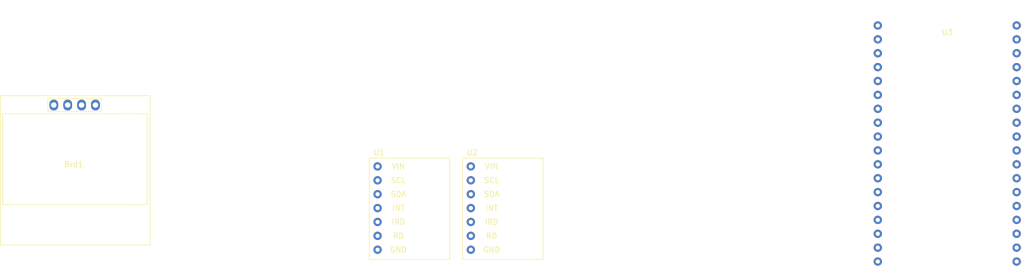
<source format=kicad_pcb>
(kicad_pcb (version 20241229) (generator "pcbnew") (generator_version "9.0")
  (layers (0 "F.Cu" signal) (2 "B.Cu" signal) (13 "F.Paste" user) (15 "B.Paste" user) (5 "F.SilkS" user "F.Silkscreen") (7 "B.SilkS" user "B.Silkscreen") (1 "F.Mask" user) (3 "B.Mask" user) (25 "Edge.Cuts" user))
  (net 0 "")
  (footprint "SSD1306:128x64OLED" (layer "F.Cu") (at 79.6 85.15)
    (property "Reference" "Brd1" (at 0 0.254 0) (layer "F.SilkS"))
    (property "Value" "SSD1306")
    (fp_line (start -13.4 -12.3) (end 14 -12.3) (stroke (width 0.12)) (layer "F.SilkS"))
    (fp_line (start -13.4 15) (end -13.4 -12.3) (stroke (width 0.12)) (layer "F.SilkS"))
    (fp_line (start -12.978 -9.005) (end 10.122 -9.005) (stroke (width 0.12)) (layer "F.SilkS"))
    (fp_line (start -12.978 7.595) (end -12.978 -9.005) (stroke (width 0.12)) (layer "F.SilkS"))
    (fp_line (start -4.699 -11.811) (end -4.699 -9.398) (stroke (width 0.12)) (layer "F.SilkS"))
    (fp_line (start -4.699 -11.811) (end 5.08 -11.811) (stroke (width 0.12)) (layer "F.SilkS"))
    (fp_line (start 5.08 -11.811) (end 5.08 -9.398) (stroke (width 0.12)) (layer "F.SilkS"))
    (fp_line (start 5.08 -9.398) (end -4.699 -9.398) (stroke (width 0.12)) (layer "F.SilkS"))
    (fp_line (start 10.122 -9.005) (end 13.208 -9.005) (stroke (width 0.12)) (layer "F.SilkS"))
    (fp_line (start 10.122 7.595) (end -12.978 7.595) (stroke (width 0.12)) (layer "F.SilkS"))
    (fp_line (start 10.122 7.595) (end 13.462 7.62) (stroke (width 0.12)) (layer "F.SilkS"))
    (fp_line (start 13.462 -9.017) (end 13.208 -9.005) (stroke (width 0.12)) (layer "F.SilkS"))
    (fp_line (start 13.462 7.62) (end 13.462 -9.017) (stroke (width 0.12)) (layer "F.SilkS"))
    (fp_line (start 14 -12.3) (end 14 15) (stroke (width 0.12)) (layer "F.SilkS"))
    (fp_line (start 14 15) (end -13.4 15) (stroke (width 0.12)) (layer "F.SilkS"))
    (pad "1" thru_hole oval (at -3.62 -10.6 90) (size 2 1.6) (drill 1) (layers "*.Cu" "*.Mask"))
    (pad "2" thru_hole oval (at -1.08 -10.6 90) (size 2 1.6) (drill 1) (layers "*.Cu" "*.Mask"))
    (pad "3" thru_hole oval (at 1.46 -10.6 90) (size 2 1.6) (drill 1) (layers "*.Cu" "*.Mask"))
    (pad "4" thru_hole oval (at 4 -10.6 90) (size 2 1.6) (drill 1) (layers "*.Cu" "*.Mask"))
  )
  (footprint "usini_sensors:module_max30102" (layer "F.Cu") (at 132.663 103.557)
    (property "Reference" "U1" (at 2.794 -20.32 0) (layer "F.SilkS"))
    (property "Value" "module_max30102")
    (fp_line (start 1.016 -19.304) (end 15.748 -19.304) (stroke (width 0.12)) (layer "F.SilkS"))
    (fp_line (start 1.016 -0.762) (end 1.016 -19.304) (stroke (width 0.12)) (layer "F.SilkS"))
    (fp_line (start 15.748 -19.304) (end 15.748 -0.762) (stroke (width 0.12)) (layer "F.SilkS"))
    (fp_line (start 15.748 -0.762) (end 1.016 -0.762) (stroke (width 0.12)) (layer "F.SilkS"))
    (fp_text user "SDA" (at 6.35 -12.7 0) (layer "F.SilkS"))
    (fp_text user "SCL" (at 6.35 -15.24 0) (layer "F.SilkS"))
    (fp_text user "RD" (at 6.35 -5.08 0) (layer "F.SilkS"))
    (fp_text user "INT" (at 6.35 -10.16 0) (layer "F.SilkS"))
    (fp_text user "GND" (at 6.35 -2.54 0) (layer "F.SilkS"))
    (fp_text user "IRD" (at 6.35 -7.62 0) (layer "F.SilkS"))
    (fp_text user "VIN" (at 6.35 -17.78 0) (layer "F.SilkS"))
    (pad "1" thru_hole circle (at 2.54 -17.78) (size 1.524 1.524) (drill 0.762) (layers "*.Cu" "*.Mask"))
    (pad "2" thru_hole circle (at 2.54 -15.24) (size 1.524 1.524) (drill 0.762) (layers "*.Cu" "*.Mask"))
    (pad "3" thru_hole circle (at 2.54 -12.7) (size 1.524 1.524) (drill 0.762) (layers "*.Cu" "*.Mask"))
    (pad "4" thru_hole circle (at 2.54 -10.16) (size 1.524 1.524) (drill 0.762) (layers "*.Cu" "*.Mask"))
    (pad "5" thru_hole circle (at 2.54 -7.62) (size 1.524 1.524) (drill 0.762) (layers "*.Cu" "*.Mask"))
    (pad "6" thru_hole circle (at 2.54 -5.08) (size 1.524 1.524) (drill 0.762) (layers "*.Cu" "*.Mask"))
    (pad "7" thru_hole circle (at 2.54 -2.54) (size 1.524 1.524) (drill 0.762) (layers "*.Cu" "*.Mask"))
  )
  (footprint "doi-esp32-devkit:ESP32-DOIT-DEVKIT" (layer "F.Cu") (at 239.4 57.4575)
    (property "Reference" "U3" (at 0 3.81 0) (layer "F.SilkS"))
    (property "Value" "DOIT-ESP32-DEVKIT-V1")
    (pad "1" thru_hole circle (at -12.7 2.54) (size 1.524 1.524) (drill 0.762) (layers "*.Cu" "*.Mask"))
    (pad "2" thru_hole circle (at -12.7 5.08) (size 1.524 1.524) (drill 0.762) (layers "*.Cu" "*.Mask"))
    (pad "3" thru_hole circle (at -12.7 7.62) (size 1.524 1.524) (drill 0.762) (layers "*.Cu" "*.Mask"))
    (pad "4" thru_hole circle (at -12.7 10.16) (size 1.524 1.524) (drill 0.762) (layers "*.Cu" "*.Mask"))
    (pad "5" thru_hole circle (at -12.7 12.7) (size 1.524 1.524) (drill 0.762) (layers "*.Cu" "*.Mask"))
    (pad "6" thru_hole circle (at -12.7 15.24) (size 1.524 1.524) (drill 0.762) (layers "*.Cu" "*.Mask"))
    (pad "7" thru_hole circle (at -12.7 17.78) (size 1.524 1.524) (drill 0.762) (layers "*.Cu" "*.Mask"))
    (pad "8" thru_hole circle (at -12.7 20.32) (size 1.524 1.524) (drill 0.762) (layers "*.Cu" "*.Mask"))
    (pad "9" thru_hole circle (at -12.7 22.86) (size 1.524 1.524) (drill 0.762) (layers "*.Cu" "*.Mask"))
    (pad "10" thru_hole circle (at -12.7 25.4) (size 1.524 1.524) (drill 0.762) (layers "*.Cu" "*.Mask"))
    (pad "11" thru_hole circle (at -12.7 27.94) (size 1.524 1.524) (drill 0.762) (layers "*.Cu" "*.Mask"))
    (pad "12" thru_hole circle (at -12.7 30.48) (size 1.524 1.524) (drill 0.762) (layers "*.Cu" "*.Mask"))
    (pad "13" thru_hole circle (at -12.7 33.02) (size 1.524 1.524) (drill 0.762) (layers "*.Cu" "*.Mask"))
    (pad "14" thru_hole circle (at -12.7 35.56) (size 1.524 1.524) (drill 0.762) (layers "*.Cu" "*.Mask"))
    (pad "15" thru_hole circle (at -12.7 38.1) (size 1.524 1.524) (drill 0.762) (layers "*.Cu" "*.Mask"))
    (pad "16" thru_hole circle (at -12.7 40.64) (size 1.524 1.524) (drill 0.762) (layers "*.Cu" "*.Mask"))
    (pad "17" thru_hole circle (at -12.7 43.18) (size 1.524 1.524) (drill 0.762) (layers "*.Cu" "*.Mask"))
    (pad "18" thru_hole circle (at -12.7 45.72) (size 1.524 1.524) (drill 0.762) (layers "*.Cu" "*.Mask"))
    (pad "19" thru_hole circle (at 12.7 45.72) (size 1.524 1.524) (drill 0.762) (layers "*.Cu" "*.Mask"))
    (pad "20" thru_hole circle (at 12.7 43.18) (size 1.524 1.524) (drill 0.762) (layers "*.Cu" "*.Mask"))
    (pad "21" thru_hole circle (at 12.7 40.64) (size 1.524 1.524) (drill 0.762) (layers "*.Cu" "*.Mask"))
    (pad "22" thru_hole circle (at 12.7 38.1) (size 1.524 1.524) (drill 0.762) (layers "*.Cu" "*.Mask"))
    (pad "23" thru_hole circle (at 12.7 35.56) (size 1.524 1.524) (drill 0.762) (layers "*.Cu" "*.Mask"))
    (pad "24" thru_hole circle (at 12.7 33.02) (size 1.524 1.524) (drill 0.762) (layers "*.Cu" "*.Mask"))
    (pad "25" thru_hole circle (at 12.7 30.48) (size 1.524 1.524) (drill 0.762) (layers "*.Cu" "*.Mask"))
    (pad "26" thru_hole circle (at 12.7 27.94) (size 1.524 1.524) (drill 0.762) (layers "*.Cu" "*.Mask"))
    (pad "27" thru_hole circle (at 12.7 25.4) (size 1.524 1.524) (drill 0.762) (layers "*.Cu" "*.Mask"))
    (pad "28" thru_hole circle (at 12.7 22.86) (size 1.524 1.524) (drill 0.762) (layers "*.Cu" "*.Mask"))
    (pad "29" thru_hole circle (at 12.7 20.32) (size 1.524 1.524) (drill 0.762) (layers "*.Cu" "*.Mask"))
    (pad "30" thru_hole circle (at 12.7 17.78) (size 1.524 1.524) (drill 0.762) (layers "*.Cu" "*.Mask"))
    (pad "31" thru_hole circle (at 12.7 15.24) (size 1.524 1.524) (drill 0.762) (layers "*.Cu" "*.Mask"))
    (pad "32" thru_hole circle (at 12.7 12.7) (size 1.524 1.524) (drill 0.762) (layers "*.Cu" "*.Mask"))
    (pad "33" thru_hole circle (at 12.7 10.16) (size 1.524 1.524) (drill 0.762) (layers "*.Cu" "*.Mask"))
    (pad "34" thru_hole circle (at 12.7 7.62) (size 1.524 1.524) (drill 0.762) (layers "*.Cu" "*.Mask"))
    (pad "35" thru_hole circle (at 12.7 5.08) (size 1.524 1.524) (drill 0.762) (layers "*.Cu" "*.Mask"))
    (pad "36" thru_hole circle (at 12.7 2.54) (size 1.524 1.524) (drill 0.762) (layers "*.Cu" "*.Mask"))
  )
  (footprint "usini_sensors:module_max30102" (layer "F.Cu") (at 149.721 103.557)
    (property "Reference" "U2" (at 2.794 -20.32 0) (layer "F.SilkS"))
    (property "Value" "module_max30102")
    (fp_line (start 1.016 -19.304) (end 15.748 -19.304) (stroke (width 0.12)) (layer "F.SilkS"))
    (fp_line (start 1.016 -0.762) (end 1.016 -19.304) (stroke (width 0.12)) (layer "F.SilkS"))
    (fp_line (start 15.748 -19.304) (end 15.748 -0.762) (stroke (width 0.12)) (layer "F.SilkS"))
    (fp_line (start 15.748 -0.762) (end 1.016 -0.762) (stroke (width 0.12)) (layer "F.SilkS"))
    (fp_text user "SCL" (at 6.35 -15.24 0) (layer "F.SilkS"))
    (fp_text user "INT" (at 6.35 -10.16 0) (layer "F.SilkS"))
    (fp_text user "RD" (at 6.35 -5.08 0) (layer "F.SilkS"))
    (fp_text user "SDA" (at 6.35 -12.7 0) (layer "F.SilkS"))
    (fp_text user "IRD" (at 6.35 -7.62 0) (layer "F.SilkS"))
    (fp_text user "VIN" (at 6.35 -17.78 0) (layer "F.SilkS"))
    (fp_text user "GND" (at 6.35 -2.54 0) (layer "F.SilkS"))
    (pad "1" thru_hole circle (at 2.54 -17.78) (size 1.524 1.524) (drill 0.762) (layers "*.Cu" "*.Mask"))
    (pad "2" thru_hole circle (at 2.54 -15.24) (size 1.524 1.524) (drill 0.762) (layers "*.Cu" "*.Mask"))
    (pad "3" thru_hole circle (at 2.54 -12.7) (size 1.524 1.524) (drill 0.762) (layers "*.Cu" "*.Mask"))
    (pad "4" thru_hole circle (at 2.54 -10.16) (size 1.524 1.524) (drill 0.762) (layers "*.Cu" "*.Mask"))
    (pad "5" thru_hole circle (at 2.54 -7.62) (size 1.524 1.524) (drill 0.762) (layers "*.Cu" "*.Mask"))
    (pad "6" thru_hole circle (at 2.54 -5.08) (size 1.524 1.524) (drill 0.762) (layers "*.Cu" "*.Mask"))
    (pad "7" thru_hole circle (at 2.54 -2.54) (size 1.524 1.524) (drill 0.762) (layers "*.Cu" "*.Mask"))
  )
)
</source>
